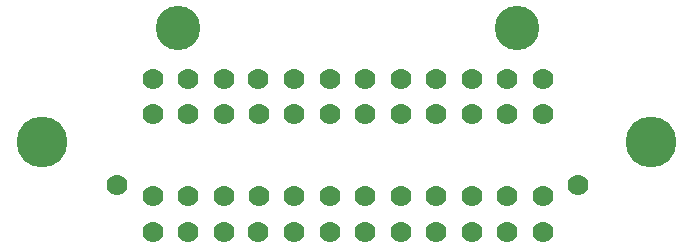
<source format=gtl>
G04*
G04 #@! TF.GenerationSoftware,Altium Limited,Altium Designer,19.1.8 (144)*
G04*
G04 Layer_Physical_Order=1*
G04 Layer_Color=255*
%FSLAX25Y25*%
%MOIN*%
G70*
G01*
G75*
%ADD14C,0.07000*%
%ADD15C,0.14800*%
%ADD16C,0.16929*%
D14*
X360900Y328200D02*
D03*
X349100D02*
D03*
Y340000D02*
D03*
X360900D02*
D03*
X242800Y328200D02*
D03*
X231000D02*
D03*
Y340000D02*
D03*
X242800D02*
D03*
X337300D02*
D03*
X254600D02*
D03*
Y328200D02*
D03*
X266400D02*
D03*
X266200Y340000D02*
D03*
X325400D02*
D03*
X290000D02*
D03*
X301800D02*
D03*
X278200D02*
D03*
X313600D02*
D03*
Y328200D02*
D03*
X278200D02*
D03*
X301800D02*
D03*
X290000D02*
D03*
X325400D02*
D03*
X337300D02*
D03*
X219200Y304500D02*
D03*
X372700D02*
D03*
X337300Y300800D02*
D03*
X325400D02*
D03*
X290000D02*
D03*
X301800D02*
D03*
X278200D02*
D03*
X313600D02*
D03*
Y289000D02*
D03*
X278200D02*
D03*
X301800D02*
D03*
X290000D02*
D03*
X325400D02*
D03*
X266200D02*
D03*
X266400Y300800D02*
D03*
X254600D02*
D03*
Y289000D02*
D03*
X337300D02*
D03*
X242800D02*
D03*
X231000D02*
D03*
Y300800D02*
D03*
X242800D02*
D03*
X360900Y289000D02*
D03*
X349100D02*
D03*
Y300800D02*
D03*
X360900D02*
D03*
D15*
X239400Y357000D02*
D03*
X352400D02*
D03*
D16*
X194000Y319000D02*
D03*
X397000D02*
D03*
M02*

</source>
